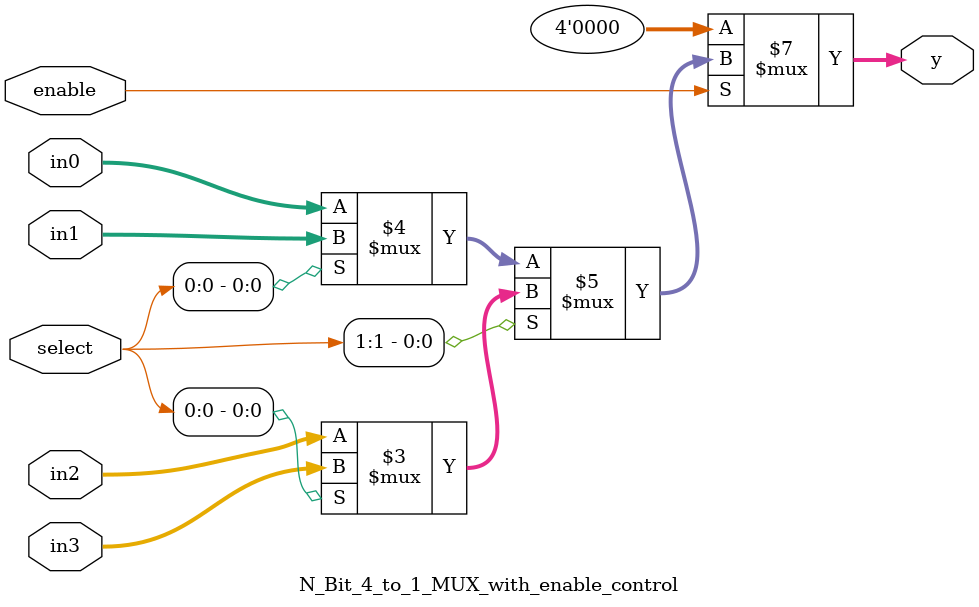
<source format=v>
module N_Bit_4_to_1_MUX_with_enable_control #(
    parameter N = 4 // Default width is 4 bits
)(
    input [1:0] select,       // 2-bit select signal
    input enable,             // Enable signal
    input [N-1:0] in3,        // N-bit input 3
    input [N-1:0] in2,        // N-bit input 2
    input [N-1:0] in1,        // N-bit input 1
    input [N-1:0] in0,        // N-bit input 0
    output reg [N-1:0] y      // N-bit output
);

    // N-bit 4-to-1 multiplexer with enable control
    always @(*) begin
        if (!enable)
            y = {N{1'b0}}; // Output zero when enable is low
        else
            y = select[1] ? 
                (select[0] ? in3 : in2) : 
                (select[0] ? in1 : in0);
    end

endmodule

</source>
